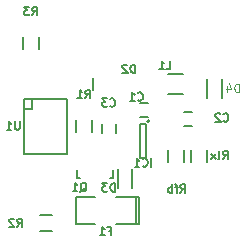
<source format=gbo>
G04 #@! TF.FileFunction,Legend,Bot*
%FSLAX46Y46*%
G04 Gerber Fmt 4.6, Leading zero omitted, Abs format (unit mm)*
G04 Created by KiCad (PCBNEW 0.201510241816+6277~30~ubuntu14.04.1-product) date 2015-10-26T15:41:35 CET*
%MOMM*%
G01*
G04 APERTURE LIST*
%ADD10C,0.100000*%
%ADD11C,0.150000*%
%ADD12C,0.125000*%
G04 APERTURE END LIST*
D10*
D11*
X101823000Y-66202000D02*
X101123000Y-66202000D01*
X101123000Y-67402000D02*
X101823000Y-67402000D01*
X105569500Y-66900500D02*
X104869500Y-66900500D01*
X104869500Y-68100500D02*
X105569500Y-68100500D01*
X99088500Y-68676000D02*
X99088500Y-67976000D01*
X97888500Y-67976000D02*
X97888500Y-68676000D01*
X97155000Y-65087500D02*
X97155000Y-64071500D01*
X100485500Y-71799500D02*
X100485500Y-73349500D01*
X99285500Y-71799500D02*
X99285500Y-73349500D01*
X108042000Y-64166800D02*
X108042000Y-65716800D01*
X106842000Y-64166800D02*
X106842000Y-65716800D01*
X100774500Y-74104500D02*
X101028500Y-74104500D01*
X101028500Y-74104500D02*
X101028500Y-76390500D01*
X101028500Y-76390500D02*
X100774500Y-76390500D01*
X100774500Y-74104500D02*
X100774500Y-76390500D01*
X100774500Y-76390500D02*
X99123500Y-76390500D01*
X97345500Y-74104500D02*
X95694500Y-74104500D01*
X95694500Y-74104500D02*
X95694500Y-76390500D01*
X95694500Y-76390500D02*
X97345500Y-76390500D01*
X99123500Y-74104500D02*
X100774500Y-74104500D01*
X101930000Y-67708000D02*
G75*
G03X101930000Y-67708000I-100000J0D01*
G01*
X101180000Y-67958000D02*
X101680000Y-67958000D01*
X101180000Y-70858000D02*
X101180000Y-67958000D01*
X101680000Y-70858000D02*
X101180000Y-70858000D01*
X101680000Y-67958000D02*
X101680000Y-70858000D01*
X104740000Y-63704500D02*
X103540000Y-63704500D01*
X103540000Y-65454500D02*
X104740000Y-65454500D01*
X98644660Y-72532240D02*
X98596400Y-72532240D01*
X95845680Y-71831200D02*
X95845680Y-72532240D01*
X95845680Y-72532240D02*
X96094600Y-72532240D01*
X98644660Y-72532240D02*
X98845320Y-72532240D01*
X98845320Y-72532240D02*
X98845320Y-71831200D01*
X95743400Y-67589600D02*
X95743400Y-68589600D01*
X97093400Y-68589600D02*
X97093400Y-67589600D01*
X93667200Y-75626600D02*
X92667200Y-75626600D01*
X92667200Y-76976600D02*
X93667200Y-76976600D01*
X92623000Y-61561600D02*
X92623000Y-60561600D01*
X91273000Y-60561600D02*
X91273000Y-61561600D01*
X104878500Y-71175500D02*
X104878500Y-70175500D01*
X103528500Y-70175500D02*
X103528500Y-71175500D01*
X106783500Y-71175500D02*
X106783500Y-70175500D01*
X105433500Y-70175500D02*
X105433500Y-71175500D01*
X91315540Y-66672460D02*
X92016580Y-66672460D01*
X92016580Y-66672460D02*
X92016580Y-65872360D01*
X91315540Y-70474840D02*
X91315540Y-65872360D01*
X91315540Y-65872360D02*
X94917260Y-65872360D01*
X94917260Y-65872360D02*
X94917260Y-70474840D01*
X94917260Y-70474840D02*
X91315540Y-70474840D01*
X100954666Y-65909000D02*
X100988000Y-65942333D01*
X101088000Y-65975667D01*
X101154666Y-65975667D01*
X101254666Y-65942333D01*
X101321333Y-65875667D01*
X101354666Y-65809000D01*
X101388000Y-65675667D01*
X101388000Y-65575667D01*
X101354666Y-65442333D01*
X101321333Y-65375667D01*
X101254666Y-65309000D01*
X101154666Y-65275667D01*
X101088000Y-65275667D01*
X100988000Y-65309000D01*
X100954666Y-65342333D01*
X100288000Y-65975667D02*
X100688000Y-65975667D01*
X100488000Y-65975667D02*
X100488000Y-65275667D01*
X100554666Y-65375667D01*
X100621333Y-65442333D01*
X100688000Y-65475667D01*
X108193666Y-67687000D02*
X108227000Y-67720333D01*
X108327000Y-67753667D01*
X108393666Y-67753667D01*
X108493666Y-67720333D01*
X108560333Y-67653667D01*
X108593666Y-67587000D01*
X108627000Y-67453667D01*
X108627000Y-67353667D01*
X108593666Y-67220333D01*
X108560333Y-67153667D01*
X108493666Y-67087000D01*
X108393666Y-67053667D01*
X108327000Y-67053667D01*
X108227000Y-67087000D01*
X108193666Y-67120333D01*
X107927000Y-67120333D02*
X107893666Y-67087000D01*
X107827000Y-67053667D01*
X107660333Y-67053667D01*
X107593666Y-67087000D01*
X107560333Y-67120333D01*
X107527000Y-67187000D01*
X107527000Y-67253667D01*
X107560333Y-67353667D01*
X107960333Y-67753667D01*
X107527000Y-67753667D01*
X98605166Y-66417000D02*
X98638500Y-66450333D01*
X98738500Y-66483667D01*
X98805166Y-66483667D01*
X98905166Y-66450333D01*
X98971833Y-66383667D01*
X99005166Y-66317000D01*
X99038500Y-66183667D01*
X99038500Y-66083667D01*
X99005166Y-65950333D01*
X98971833Y-65883667D01*
X98905166Y-65817000D01*
X98805166Y-65783667D01*
X98738500Y-65783667D01*
X98638500Y-65817000D01*
X98605166Y-65850333D01*
X98371833Y-65783667D02*
X97938500Y-65783667D01*
X98171833Y-66050333D01*
X98071833Y-66050333D01*
X98005166Y-66083667D01*
X97971833Y-66117000D01*
X97938500Y-66183667D01*
X97938500Y-66350333D01*
X97971833Y-66417000D01*
X98005166Y-66450333D01*
X98071833Y-66483667D01*
X98271833Y-66483667D01*
X98338500Y-66450333D01*
X98371833Y-66417000D01*
X100722133Y-63619067D02*
X100722133Y-62919067D01*
X100555467Y-62919067D01*
X100455467Y-62952400D01*
X100388800Y-63019067D01*
X100355467Y-63085733D01*
X100322133Y-63219067D01*
X100322133Y-63319067D01*
X100355467Y-63452400D01*
X100388800Y-63519067D01*
X100455467Y-63585733D01*
X100555467Y-63619067D01*
X100722133Y-63619067D01*
X100055467Y-62985733D02*
X100022133Y-62952400D01*
X99955467Y-62919067D01*
X99788800Y-62919067D01*
X99722133Y-62952400D01*
X99688800Y-62985733D01*
X99655467Y-63052400D01*
X99655467Y-63119067D01*
X99688800Y-63219067D01*
X100088800Y-63619067D01*
X99655467Y-63619067D01*
X99017866Y-73671867D02*
X99017866Y-72971867D01*
X98851200Y-72971867D01*
X98751200Y-73005200D01*
X98684533Y-73071867D01*
X98651200Y-73138533D01*
X98617866Y-73271867D01*
X98617866Y-73371867D01*
X98651200Y-73505200D01*
X98684533Y-73571867D01*
X98751200Y-73638533D01*
X98851200Y-73671867D01*
X99017866Y-73671867D01*
X98384533Y-72971867D02*
X97951200Y-72971867D01*
X98184533Y-73238533D01*
X98084533Y-73238533D01*
X98017866Y-73271867D01*
X97984533Y-73305200D01*
X97951200Y-73371867D01*
X97951200Y-73538533D01*
X97984533Y-73605200D01*
X98017866Y-73638533D01*
X98084533Y-73671867D01*
X98284533Y-73671867D01*
X98351200Y-73638533D01*
X98384533Y-73605200D01*
D12*
X109533466Y-65239067D02*
X109533466Y-64539067D01*
X109366800Y-64539067D01*
X109266800Y-64572400D01*
X109200133Y-64639067D01*
X109166800Y-64705733D01*
X109133466Y-64839067D01*
X109133466Y-64939067D01*
X109166800Y-65072400D01*
X109200133Y-65139067D01*
X109266800Y-65205733D01*
X109366800Y-65239067D01*
X109533466Y-65239067D01*
X108533466Y-64772400D02*
X108533466Y-65239067D01*
X108700133Y-64505733D02*
X108866800Y-65005733D01*
X108433466Y-65005733D01*
D11*
X98480533Y-77013600D02*
X98713866Y-77013600D01*
X98713866Y-77380267D02*
X98713866Y-76680267D01*
X98380533Y-76680267D01*
X97747200Y-77380267D02*
X98147200Y-77380267D01*
X97947200Y-77380267D02*
X97947200Y-76680267D01*
X98013866Y-76780267D01*
X98080533Y-76846933D01*
X98147200Y-76880267D01*
X102092833Y-71563667D02*
X102092833Y-70863667D01*
X101359500Y-71497000D02*
X101392834Y-71530333D01*
X101492834Y-71563667D01*
X101559500Y-71563667D01*
X101659500Y-71530333D01*
X101726167Y-71463667D01*
X101759500Y-71397000D01*
X101792834Y-71263667D01*
X101792834Y-71163667D01*
X101759500Y-71030333D01*
X101726167Y-70963667D01*
X101659500Y-70897000D01*
X101559500Y-70863667D01*
X101492834Y-70863667D01*
X101392834Y-70897000D01*
X101359500Y-70930333D01*
X100692834Y-71563667D02*
X101092834Y-71563667D01*
X100892834Y-71563667D02*
X100892834Y-70863667D01*
X100959500Y-70963667D01*
X101026167Y-71030333D01*
X101092834Y-71063667D01*
X103367667Y-63308667D02*
X103701000Y-63308667D01*
X103701000Y-62608667D01*
X102767667Y-63308667D02*
X103167667Y-63308667D01*
X102967667Y-63308667D02*
X102967667Y-62608667D01*
X103034333Y-62708667D01*
X103101000Y-62775333D01*
X103167667Y-62808667D01*
X96078667Y-73687733D02*
X96145333Y-73654400D01*
X96212000Y-73587733D01*
X96312000Y-73487733D01*
X96378667Y-73454400D01*
X96445333Y-73454400D01*
X96412000Y-73621067D02*
X96478667Y-73587733D01*
X96545333Y-73521067D01*
X96578667Y-73387733D01*
X96578667Y-73154400D01*
X96545333Y-73021067D01*
X96478667Y-72954400D01*
X96412000Y-72921067D01*
X96278667Y-72921067D01*
X96212000Y-72954400D01*
X96145333Y-73021067D01*
X96112000Y-73154400D01*
X96112000Y-73387733D01*
X96145333Y-73521067D01*
X96212000Y-73587733D01*
X96278667Y-73621067D01*
X96412000Y-73621067D01*
X95445334Y-73621067D02*
X95845334Y-73621067D01*
X95645334Y-73621067D02*
X95645334Y-72921067D01*
X95712000Y-73021067D01*
X95778667Y-73087733D01*
X95845334Y-73121067D01*
X96509666Y-65785167D02*
X96743000Y-65451833D01*
X96909666Y-65785167D02*
X96909666Y-65085167D01*
X96643000Y-65085167D01*
X96576333Y-65118500D01*
X96543000Y-65151833D01*
X96509666Y-65218500D01*
X96509666Y-65318500D01*
X96543000Y-65385167D01*
X96576333Y-65418500D01*
X96643000Y-65451833D01*
X96909666Y-65451833D01*
X95843000Y-65785167D02*
X96243000Y-65785167D01*
X96043000Y-65785167D02*
X96043000Y-65085167D01*
X96109666Y-65185167D01*
X96176333Y-65251833D01*
X96243000Y-65285167D01*
X90743866Y-76669067D02*
X90977200Y-76335733D01*
X91143866Y-76669067D02*
X91143866Y-75969067D01*
X90877200Y-75969067D01*
X90810533Y-76002400D01*
X90777200Y-76035733D01*
X90743866Y-76102400D01*
X90743866Y-76202400D01*
X90777200Y-76269067D01*
X90810533Y-76302400D01*
X90877200Y-76335733D01*
X91143866Y-76335733D01*
X90477200Y-76035733D02*
X90443866Y-76002400D01*
X90377200Y-75969067D01*
X90210533Y-75969067D01*
X90143866Y-76002400D01*
X90110533Y-76035733D01*
X90077200Y-76102400D01*
X90077200Y-76169067D01*
X90110533Y-76269067D01*
X90510533Y-76669067D01*
X90077200Y-76669067D01*
X92013866Y-58736667D02*
X92247200Y-58403333D01*
X92413866Y-58736667D02*
X92413866Y-58036667D01*
X92147200Y-58036667D01*
X92080533Y-58070000D01*
X92047200Y-58103333D01*
X92013866Y-58170000D01*
X92013866Y-58270000D01*
X92047200Y-58336667D01*
X92080533Y-58370000D01*
X92147200Y-58403333D01*
X92413866Y-58403333D01*
X91780533Y-58036667D02*
X91347200Y-58036667D01*
X91580533Y-58303333D01*
X91480533Y-58303333D01*
X91413866Y-58336667D01*
X91380533Y-58370000D01*
X91347200Y-58436667D01*
X91347200Y-58603333D01*
X91380533Y-58670000D01*
X91413866Y-58703333D01*
X91480533Y-58736667D01*
X91680533Y-58736667D01*
X91747200Y-58703333D01*
X91780533Y-58670000D01*
X104541599Y-73773467D02*
X104774933Y-73440133D01*
X104941599Y-73773467D02*
X104941599Y-73073467D01*
X104674933Y-73073467D01*
X104608266Y-73106800D01*
X104574933Y-73140133D01*
X104541599Y-73206800D01*
X104541599Y-73306800D01*
X104574933Y-73373467D01*
X104608266Y-73406800D01*
X104674933Y-73440133D01*
X104941599Y-73440133D01*
X104341599Y-73306800D02*
X104074933Y-73306800D01*
X104241599Y-73773467D02*
X104241599Y-73173467D01*
X104208266Y-73106800D01*
X104141599Y-73073467D01*
X104074933Y-73073467D01*
X103841599Y-73773467D02*
X103841599Y-73073467D01*
X103841599Y-73340133D02*
X103774933Y-73306800D01*
X103641599Y-73306800D01*
X103574933Y-73340133D01*
X103541599Y-73373467D01*
X103508266Y-73440133D01*
X103508266Y-73640133D01*
X103541599Y-73706800D01*
X103574933Y-73740133D01*
X103641599Y-73773467D01*
X103774933Y-73773467D01*
X103841599Y-73740133D01*
X108149200Y-70928667D02*
X108382534Y-70595333D01*
X108549200Y-70928667D02*
X108549200Y-70228667D01*
X108282534Y-70228667D01*
X108215867Y-70262000D01*
X108182534Y-70295333D01*
X108149200Y-70362000D01*
X108149200Y-70462000D01*
X108182534Y-70528667D01*
X108215867Y-70562000D01*
X108282534Y-70595333D01*
X108549200Y-70595333D01*
X107749200Y-70928667D02*
X107815867Y-70895333D01*
X107849200Y-70828667D01*
X107849200Y-70228667D01*
X107549200Y-70928667D02*
X107182533Y-70462000D01*
X107549200Y-70462000D02*
X107182533Y-70928667D01*
X90957333Y-67739467D02*
X90957333Y-68306133D01*
X90924000Y-68372800D01*
X90890667Y-68406133D01*
X90824000Y-68439467D01*
X90690667Y-68439467D01*
X90624000Y-68406133D01*
X90590667Y-68372800D01*
X90557333Y-68306133D01*
X90557333Y-67739467D01*
X89857334Y-68439467D02*
X90257334Y-68439467D01*
X90057334Y-68439467D02*
X90057334Y-67739467D01*
X90124000Y-67839467D01*
X90190667Y-67906133D01*
X90257334Y-67939467D01*
M02*

</source>
